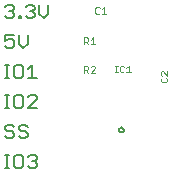
<source format=gtl>
G75*
%MOIN*%
%OFA0B0*%
%FSLAX25Y25*%
%IPPOS*%
%LPD*%
%AMOC8*
5,1,8,0,0,1.08239X$1,22.5*
%
%ADD10C,0.00200*%
%ADD11C,0.00500*%
%ADD12C,0.00600*%
D10*
X0056600Y0046400D02*
X0056600Y0048602D01*
X0057701Y0048602D01*
X0058068Y0048235D01*
X0058068Y0047501D01*
X0057701Y0047134D01*
X0056600Y0047134D01*
X0057334Y0047134D02*
X0058068Y0046400D01*
X0058810Y0046400D02*
X0060278Y0047868D01*
X0060278Y0048235D01*
X0059911Y0048602D01*
X0059177Y0048602D01*
X0058810Y0048235D01*
X0058810Y0046400D02*
X0060278Y0046400D01*
X0067100Y0046500D02*
X0067834Y0046500D01*
X0067467Y0046500D02*
X0067467Y0048702D01*
X0067100Y0048702D02*
X0067834Y0048702D01*
X0068573Y0048335D02*
X0068573Y0046867D01*
X0068940Y0046500D01*
X0069674Y0046500D01*
X0070041Y0046867D01*
X0070783Y0046500D02*
X0072251Y0046500D01*
X0071517Y0046500D02*
X0071517Y0048702D01*
X0070783Y0047968D01*
X0070041Y0048335D02*
X0069674Y0048702D01*
X0068940Y0048702D01*
X0068573Y0048335D01*
X0060278Y0055900D02*
X0058810Y0055900D01*
X0059544Y0055900D02*
X0059544Y0058102D01*
X0058810Y0057368D01*
X0058068Y0057735D02*
X0058068Y0057001D01*
X0057701Y0056634D01*
X0056600Y0056634D01*
X0057334Y0056634D02*
X0058068Y0055900D01*
X0056600Y0055900D02*
X0056600Y0058102D01*
X0057701Y0058102D01*
X0058068Y0057735D01*
X0060817Y0065959D02*
X0061551Y0065959D01*
X0061918Y0066326D01*
X0062660Y0065959D02*
X0064128Y0065959D01*
X0063394Y0065959D02*
X0063394Y0068161D01*
X0062660Y0067427D01*
X0061918Y0067794D02*
X0061551Y0068161D01*
X0060817Y0068161D01*
X0060450Y0067794D01*
X0060450Y0066326D01*
X0060817Y0065959D01*
X0082157Y0046441D02*
X0082157Y0045707D01*
X0082524Y0045340D01*
X0082524Y0044598D02*
X0082157Y0044231D01*
X0082157Y0043497D01*
X0082524Y0043130D01*
X0083992Y0043130D01*
X0084359Y0043497D01*
X0084359Y0044231D01*
X0083992Y0044598D01*
X0084359Y0045340D02*
X0082891Y0046808D01*
X0082524Y0046808D01*
X0082157Y0046441D01*
X0084359Y0046808D02*
X0084359Y0045340D01*
D11*
X0031751Y0014550D02*
X0030250Y0014550D01*
X0031001Y0014550D02*
X0031001Y0019054D01*
X0031751Y0019054D02*
X0030250Y0019054D01*
X0033319Y0018303D02*
X0033319Y0015301D01*
X0034070Y0014550D01*
X0035571Y0014550D01*
X0036322Y0015301D01*
X0036322Y0018303D01*
X0035571Y0019054D01*
X0034070Y0019054D01*
X0033319Y0018303D01*
X0037923Y0018303D02*
X0038674Y0019054D01*
X0040175Y0019054D01*
X0040926Y0018303D01*
X0040926Y0017553D01*
X0040175Y0016802D01*
X0040926Y0016051D01*
X0040926Y0015301D01*
X0040175Y0014550D01*
X0038674Y0014550D01*
X0037923Y0015301D01*
X0039424Y0016802D02*
X0040175Y0016802D01*
X0037106Y0024550D02*
X0035605Y0024550D01*
X0034854Y0025301D01*
X0033253Y0025301D02*
X0032502Y0024550D01*
X0031001Y0024550D01*
X0030250Y0025301D01*
X0031001Y0026802D02*
X0032502Y0026802D01*
X0033253Y0026051D01*
X0033253Y0025301D01*
X0031001Y0026802D02*
X0030250Y0027553D01*
X0030250Y0028303D01*
X0031001Y0029054D01*
X0032502Y0029054D01*
X0033253Y0028303D01*
X0034854Y0028303D02*
X0034854Y0027553D01*
X0035605Y0026802D01*
X0037106Y0026802D01*
X0037856Y0026051D01*
X0037856Y0025301D01*
X0037106Y0024550D01*
X0037856Y0028303D02*
X0037106Y0029054D01*
X0035605Y0029054D01*
X0034854Y0028303D01*
X0035571Y0034550D02*
X0034070Y0034550D01*
X0033319Y0035301D01*
X0033319Y0038303D01*
X0034070Y0039054D01*
X0035571Y0039054D01*
X0036322Y0038303D01*
X0036322Y0035301D01*
X0035571Y0034550D01*
X0037923Y0034550D02*
X0040926Y0037553D01*
X0040926Y0038303D01*
X0040175Y0039054D01*
X0038674Y0039054D01*
X0037923Y0038303D01*
X0037923Y0034550D02*
X0040926Y0034550D01*
X0031751Y0034550D02*
X0030250Y0034550D01*
X0031001Y0034550D02*
X0031001Y0039054D01*
X0031751Y0039054D02*
X0030250Y0039054D01*
X0030250Y0044550D02*
X0031751Y0044550D01*
X0031001Y0044550D02*
X0031001Y0049054D01*
X0031751Y0049054D02*
X0030250Y0049054D01*
X0033319Y0048303D02*
X0033319Y0045301D01*
X0034070Y0044550D01*
X0035571Y0044550D01*
X0036322Y0045301D01*
X0036322Y0048303D01*
X0035571Y0049054D01*
X0034070Y0049054D01*
X0033319Y0048303D01*
X0037923Y0047553D02*
X0039424Y0049054D01*
X0039424Y0044550D01*
X0037923Y0044550D02*
X0040926Y0044550D01*
X0036355Y0054550D02*
X0037856Y0056051D01*
X0037856Y0059054D01*
X0034854Y0059054D02*
X0034854Y0056051D01*
X0036355Y0054550D01*
X0033253Y0055301D02*
X0033253Y0056802D01*
X0032502Y0057553D01*
X0031751Y0057553D01*
X0030250Y0056802D01*
X0030250Y0059054D01*
X0033253Y0059054D01*
X0033253Y0055301D02*
X0032502Y0054550D01*
X0031001Y0054550D01*
X0030250Y0055301D01*
X0031001Y0064550D02*
X0030250Y0065301D01*
X0031001Y0064550D02*
X0032502Y0064550D01*
X0033253Y0065301D01*
X0033253Y0066051D01*
X0032502Y0066802D01*
X0031751Y0066802D01*
X0032502Y0066802D02*
X0033253Y0067553D01*
X0033253Y0068303D01*
X0032502Y0069054D01*
X0031001Y0069054D01*
X0030250Y0068303D01*
X0034854Y0065301D02*
X0034854Y0064550D01*
X0035605Y0064550D01*
X0035605Y0065301D01*
X0034854Y0065301D01*
X0037156Y0065301D02*
X0037907Y0064550D01*
X0039408Y0064550D01*
X0040158Y0065301D01*
X0040158Y0066051D01*
X0039408Y0066802D01*
X0038657Y0066802D01*
X0039408Y0066802D02*
X0040158Y0067553D01*
X0040158Y0068303D01*
X0039408Y0069054D01*
X0037907Y0069054D01*
X0037156Y0068303D01*
X0041760Y0069054D02*
X0041760Y0066051D01*
X0043261Y0064550D01*
X0044762Y0066051D01*
X0044762Y0069054D01*
D12*
X0069100Y0028100D02*
X0069044Y0028098D01*
X0068989Y0028092D01*
X0068934Y0028083D01*
X0068879Y0028069D01*
X0068826Y0028052D01*
X0068775Y0028031D01*
X0068724Y0028006D01*
X0068676Y0027978D01*
X0068630Y0027947D01*
X0068586Y0027913D01*
X0068544Y0027875D01*
X0068505Y0027835D01*
X0068470Y0027793D01*
X0068437Y0027747D01*
X0068407Y0027700D01*
X0068381Y0027651D01*
X0068358Y0027600D01*
X0068339Y0027547D01*
X0068324Y0027494D01*
X0068312Y0027439D01*
X0068304Y0027384D01*
X0068300Y0027328D01*
X0068300Y0027272D01*
X0068304Y0027216D01*
X0068312Y0027161D01*
X0068324Y0027106D01*
X0068339Y0027053D01*
X0068358Y0027000D01*
X0068381Y0026949D01*
X0068407Y0026900D01*
X0068437Y0026853D01*
X0068470Y0026807D01*
X0068505Y0026765D01*
X0068544Y0026725D01*
X0068586Y0026687D01*
X0068630Y0026653D01*
X0068676Y0026622D01*
X0068724Y0026594D01*
X0068775Y0026569D01*
X0068826Y0026548D01*
X0068879Y0026531D01*
X0068934Y0026517D01*
X0068989Y0026508D01*
X0069044Y0026502D01*
X0069100Y0026500D01*
X0069156Y0026502D01*
X0069211Y0026508D01*
X0069266Y0026517D01*
X0069321Y0026531D01*
X0069374Y0026548D01*
X0069425Y0026569D01*
X0069476Y0026594D01*
X0069524Y0026622D01*
X0069570Y0026653D01*
X0069614Y0026687D01*
X0069656Y0026725D01*
X0069695Y0026765D01*
X0069730Y0026807D01*
X0069763Y0026853D01*
X0069793Y0026900D01*
X0069819Y0026949D01*
X0069842Y0027000D01*
X0069861Y0027053D01*
X0069876Y0027106D01*
X0069888Y0027161D01*
X0069896Y0027216D01*
X0069900Y0027272D01*
X0069900Y0027328D01*
X0069896Y0027384D01*
X0069888Y0027439D01*
X0069876Y0027494D01*
X0069861Y0027547D01*
X0069842Y0027600D01*
X0069819Y0027651D01*
X0069793Y0027700D01*
X0069763Y0027747D01*
X0069730Y0027793D01*
X0069695Y0027835D01*
X0069656Y0027875D01*
X0069614Y0027913D01*
X0069570Y0027947D01*
X0069524Y0027978D01*
X0069476Y0028006D01*
X0069425Y0028031D01*
X0069374Y0028052D01*
X0069321Y0028069D01*
X0069266Y0028083D01*
X0069211Y0028092D01*
X0069156Y0028098D01*
X0069100Y0028100D01*
M02*

</source>
